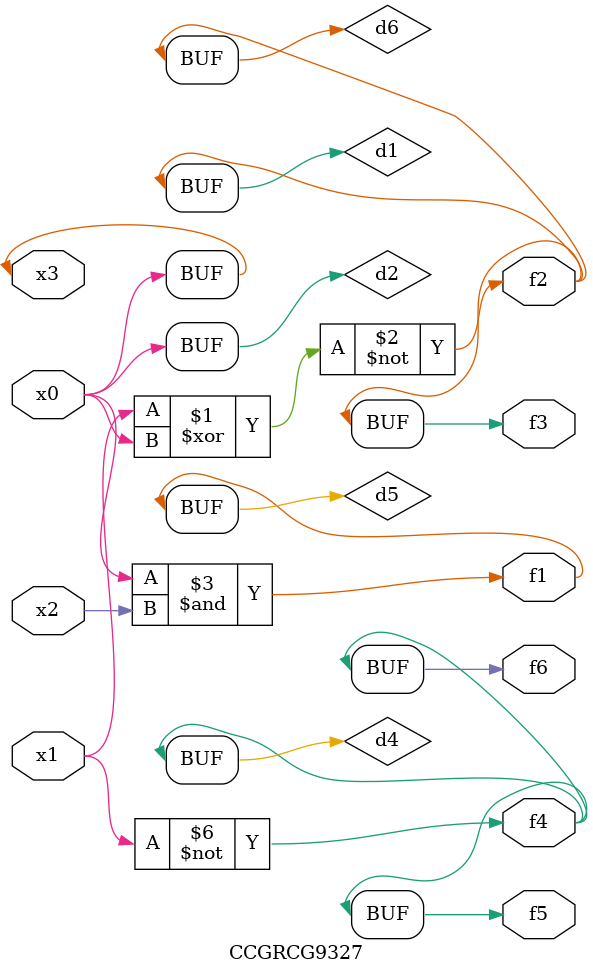
<source format=v>
module CCGRCG9327(
	input x0, x1, x2, x3,
	output f1, f2, f3, f4, f5, f6
);

	wire d1, d2, d3, d4, d5, d6;

	xnor (d1, x1, x3);
	buf (d2, x0, x3);
	nand (d3, x0, x2);
	not (d4, x1);
	nand (d5, d3);
	or (d6, d1);
	assign f1 = d5;
	assign f2 = d6;
	assign f3 = d6;
	assign f4 = d4;
	assign f5 = d4;
	assign f6 = d4;
endmodule

</source>
